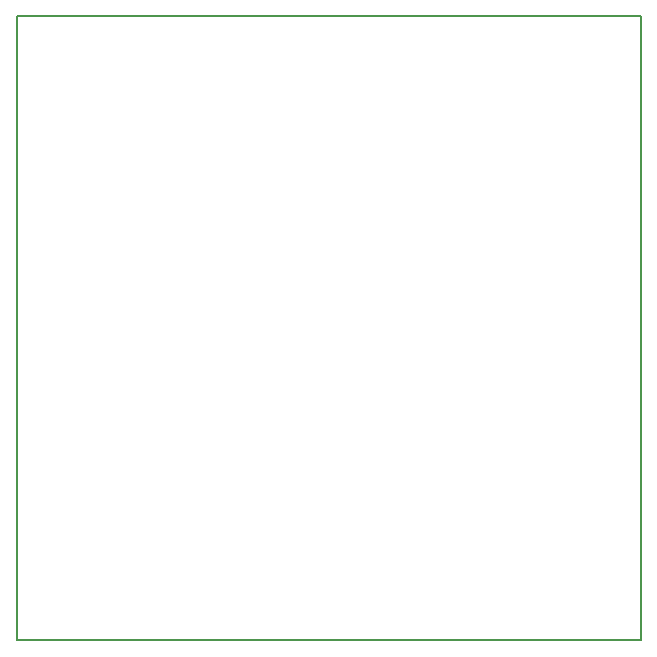
<source format=gbr>
G04 #@! TF.GenerationSoftware,KiCad,Pcbnew,(2017-08-08 revision 53204e097)-makepkg*
G04 #@! TF.CreationDate,2017-11-28T10:39:20+01:00*
G04 #@! TF.ProjectId,LMR1405001A,4C4D5231343035303031412E6B696361,rev?*
G04 #@! TF.SameCoordinates,Original*
G04 #@! TF.FileFunction,Profile,NP*
%FSLAX46Y46*%
G04 Gerber Fmt 4.6, Leading zero omitted, Abs format (unit mm)*
G04 Created by KiCad (PCBNEW (2017-08-08 revision 53204e097)-makepkg) date 11/28/17 10:39:20*
%MOMM*%
%LPD*%
G01*
G04 APERTURE LIST*
%ADD10C,0.150000*%
G04 APERTURE END LIST*
D10*
X96774000Y-124206000D02*
X96774000Y-71374000D01*
X149606000Y-124206000D02*
X96774000Y-124206000D01*
X149606000Y-71374000D02*
X149606000Y-124206000D01*
X96774000Y-71374000D02*
X149606000Y-71374000D01*
M02*

</source>
